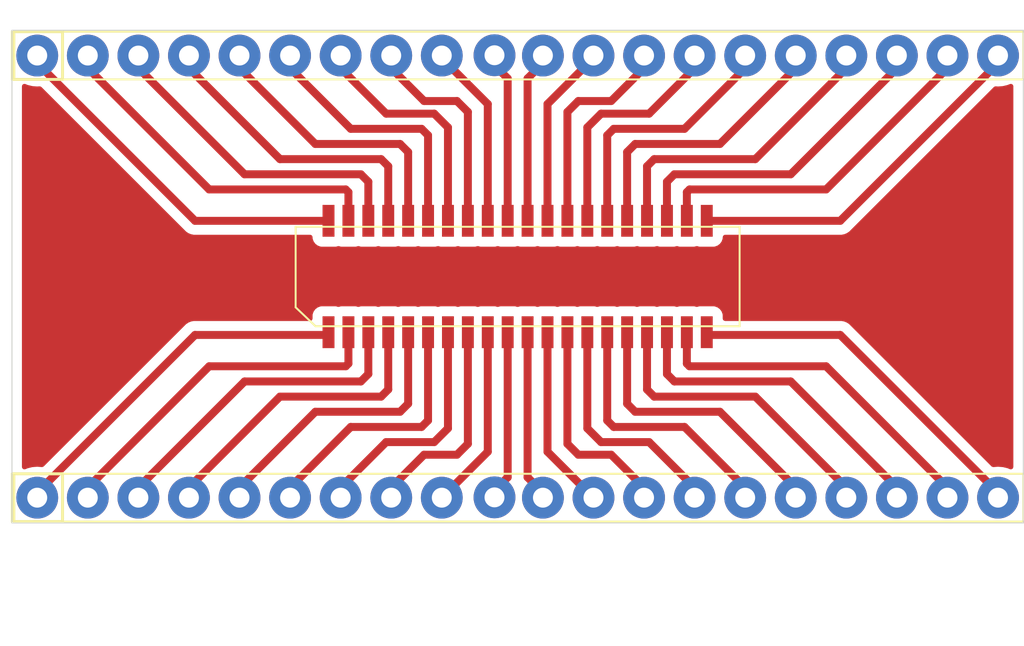
<source format=kicad_pcb>
(kicad_pcb (version 20240108) (generator "pcbnew") (generator_version "8.0")
  (layers (0 "F.Cu" signal) (31 "B.Cu" signal) (34 "B.Paste" user) (35 "F.Paste" user) (36 "B.SilkS" user "B.Silkscreen") (37 "F.SilkS" user "F.Silkscreen") (38 "B.Mask" user) (39 "F.Mask" user) (44 "Edge.Cuts" user))
  (net 0 "")
  (net 1 "Net-(CONN1-Pad35)")
  (net 2 "Net-(CONN1-Pad11)")
  (net 3 "Net-(CONN1-Pad29)")
  (net 4 "Net-(CONN1-Pad25)")
  (net 5 "Net-(CONN1-Pad31)")
  (net 6 "Net-(CONN1-Pad7)")
  (net 7 "Net-(CONN1-Pad6)")
  (net 8 "Net-(CONN1-Pad24)")
  (net 9 "Net-(CONN1-Pad1)")
  (net 10 "Net-(CONN1-Pad4)")
  (net 11 "Net-(CONN1-Pad12)")
  (net 12 "Net-(CONN1-Pad19)")
  (net 13 "Net-(CONN1-Pad37)")
  (net 14 "Net-(CONN1-Pad32)")
  (net 15 "Net-(CONN1-Pad10)")
  (net 16 "Net-(CONN1-Pad17)")
  (net 17 "Net-(CONN1-Pad39)")
  (net 18 "Net-(CONN1-Pad33)")
  (net 19 "Net-(CONN1-Pad15)")
  (net 20 "Net-(CONN1-Pad14)")
  (net 21 "Net-(CONN1-Pad21)")
  (net 22 "Net-(CONN1-Pad28)")
  (net 23 "Net-(CONN1-Pad20)")
  (net 24 "Net-(CONN1-Pad16)")
  (net 25 "Net-(CONN1-Pad8)")
  (net 26 "Net-(CONN1-Pad34)")
  (net 27 "Net-(CONN1-Pad9)")
  (net 28 "Net-(CONN1-Pad23)")
  (net 29 "Net-(CONN1-Pad22)")
  (net 30 "GND")
  (net 31 "Net-(CONN1-Pad30)")
  (net 32 "Net-(CONN1-Pad13)")
  (net 33 "Net-(CONN1-Pad36)")
  (net 34 "Net-(CONN1-Pad40)")
  (net 35 "Net-(CONN1-Pad5)")
  (net 36 "Net-(CONN1-Pad2)")
  (net 37 "Net-(CONN1-Pad26)")
  (net 38 "Net-(CONN1-Pad27)")
  (net 39 "Net-(CONN1-Pad3)")
  (net 40 "Net-(CONN1-Pad18)")
  (net 41 "Net-(CONN1-Pad38)")
  (footprint "Borna KiCAD Library:BM40B-SRDS-G-TF" (layer "F.Cu") (at 134.366 83.878)
    (property "Reference" "CONN1")
    (property "Value" "BM40B-SRDS-G-TF")
    (fp_line (start -11.15 -2.5) (end 11.15 -2.5) (stroke (width 0.1)) (layer "F.SilkS"))
    (fp_line (start -11.15 1.55) (end -11.15 -2.5) (stroke (width 0.1)) (layer "F.SilkS"))
    (fp_line (start -11.15 1.55) (end -10.15 2.5) (stroke (width 0.1)) (layer "F.SilkS"))
    (fp_line (start 11.15 -2.5) (end 11.15 2.5) (stroke (width 0.1)) (layer "F.SilkS"))
    (fp_line (start 11.15 2.5) (end -10.15 2.5) (stroke (width 0.1)) (layer "F.SilkS"))
    (pad "1" smd rect (at -9.5 2.8) (size 0.6 1.6) (layers "F.Cu" "F.Paste" "F.Mask") (net 9 "Net-(CONN1-Pad1)"))
    (pad "2" smd rect (at -8.5 2.8) (size 0.6 1.6) (layers "F.Cu" "F.Paste" "F.Mask") (net 36 "Net-(CONN1-Pad2)"))
    (pad "3" smd rect (at -7.5 2.8) (size 0.6 1.6) (layers "F.Cu" "F.Paste" "F.Mask") (net 39 "Net-(CONN1-Pad3)"))
    (pad "4" smd rect (at -6.5 2.8) (size 0.6 1.6) (layers "F.Cu" "F.Paste" "F.Mask") (net 10 "Net-(CONN1-Pad4)"))
    (pad "5" smd rect (at -5.5 2.8) (size 0.6 1.6) (layers "F.Cu" "F.Paste" "F.Mask") (net 35 "Net-(CONN1-Pad5)"))
    (pad "6" smd rect (at -4.5 2.8) (size 0.6 1.6) (layers "F.Cu" "F.Paste" "F.Mask") (net 7 "Net-(CONN1-Pad6)"))
    (pad "7" smd rect (at -3.5 2.8) (size 0.6 1.6) (layers "F.Cu" "F.Paste" "F.Mask") (net 6 "Net-(CONN1-Pad7)"))
    (pad "8" smd rect (at -2.5 2.8) (size 0.6 1.6) (layers "F.Cu" "F.Paste" "F.Mask") (net 25 "Net-(CONN1-Pad8)"))
    (pad "9" smd rect (at -1.5 2.8) (size 0.6 1.6) (layers "F.Cu" "F.Paste" "F.Mask") (net 27 "Net-(CONN1-Pad9)"))
    (pad "10" smd rect (at -0.5 2.8) (size 0.6 1.6) (layers "F.Cu" "F.Paste" "F.Mask") (net 15 "Net-(CONN1-Pad10)"))
    (pad "11" smd rect (at 0.5 2.8) (size 0.6 1.6) (layers "F.Cu" "F.Paste" "F.Mask") (net 2 "Net-(CONN1-Pad11)"))
    (pad "12" smd rect (at 1.5 2.8) (size 0.6 1.6) (layers "F.Cu" "F.Paste" "F.Mask") (net 11 "Net-(CONN1-Pad12)"))
    (pad "13" smd rect (at 2.5 2.8) (size 0.6 1.6) (layers "F.Cu" "F.Paste" "F.Mask") (net 32 "Net-(CONN1-Pad13)"))
    (pad "14" smd rect (at 3.5 2.8) (size 0.6 1.6) (layers "F.Cu" "F.Paste" "F.Mask") (net 20 "Net-(CONN1-Pad14)"))
    (pad "15" smd rect (at 4.5 2.8) (size 0.6 1.6) (layers "F.Cu" "F.Paste" "F.Mask") (net 19 "Net-(CONN1-Pad15)"))
    (pad "16" smd rect (at 5.5 2.8) (size 0.6 1.6) (layers "F.Cu" "F.Paste" "F.Mask") (net 24 "Net-(CONN1-Pad16)"))
    (pad "17" smd rect (at 6.5 2.8) (size 0.6 1.6) (layers "F.Cu" "F.Paste" "F.Mask") (net 16 "Net-(CONN1-Pad17)"))
    (pad "18" smd rect (at 7.5 2.8) (size 0.6 1.6) (layers "F.Cu" "F.Paste" "F.Mask") (net 40 "Net-(CONN1-Pad18)"))
    (pad "19" smd rect (at 8.5 2.8) (size 0.6 1.6) (layers "F.Cu" "F.Paste" "F.Mask") (net 12 "Net-(CONN1-Pad19)"))
    (pad "20" smd rect (at 9.5 2.8) (size 0.6 1.6) (layers "F.Cu" "F.Paste" "F.Mask") (net 23 "Net-(CONN1-Pad20)"))
    (pad "21" smd rect (at 9.5 -2.8) (size 0.6 1.6) (layers "F.Cu" "F.Paste" "F.Mask") (net 21 "Net-(CONN1-Pad21)"))
    (pad "22" smd rect (at 8.5 -2.8) (size 0.6 1.6) (layers "F.Cu" "F.Paste" "F.Mask") (net 29 "Net-(CONN1-Pad22)"))
    (pad "23" smd rect (at 7.5 -2.8) (size 0.6 1.6) (layers "F.Cu" "F.Paste" "F.Mask") (net 28 "Net-(CONN1-Pad23)"))
    (pad "24" smd rect (at 6.5 -2.8) (size 0.6 1.6) (layers "F.Cu" "F.Paste" "F.Mask") (net 8 "Net-(CONN1-Pad24)"))
    (pad "25" smd rect (at 5.5 -2.8) (size 0.6 1.6) (layers "F.Cu" "F.Paste" "F.Mask") (net 4 "Net-(CONN1-Pad25)"))
    (pad "26" smd rect (at 4.5 -2.8) (size 0.6 1.6) (layers "F.Cu" "F.Paste" "F.Mask") (net 37 "Net-(CONN1-Pad26)"))
    (pad "27" smd rect (at 3.5 -2.8) (size 0.6 1.6) (layers "F.Cu" "F.Paste" "F.Mask") (net 38 "Net-(CONN1-Pad27)"))
    (pad "28" smd rect (at 2.5 -2.8) (size 0.6 1.6) (layers "F.Cu" "F.Paste" "F.Mask") (net 22 "Net-(CONN1-Pad28)"))
    (pad "29" smd rect (at 1.5 -2.8) (size 0.6 1.6) (layers "F.Cu" "F.Paste" "F.Mask") (net 3 "Net-(CONN1-Pad29)"))
    (pad "30" smd rect (at 0.5 -2.8) (size 0.6 1.6) (layers "F.Cu" "F.Paste" "F.Mask") (net 31 "Net-(CONN1-Pad30)"))
    (pad "31" smd rect (at -0.5 -2.8) (size 0.6 1.6) (layers "F.Cu" "F.Paste" "F.Mask") (net 5 "Net-(CONN1-Pad31)"))
    (pad "32" smd rect (at -1.5 -2.8) (size 0.6 1.6) (layers "F.Cu" "F.Paste" "F.Mask") (net 14 "Net-(CONN1-Pad32)"))
    (pad "33" smd rect (at -2.5 -2.8) (size 0.6 1.6) (layers "F.Cu" "F.Paste" "F.Mask") (net 18 "Net-(CONN1-Pad33)"))
    (pad "34" smd rect (at -3.5 -2.8) (size 0.6 1.6) (layers "F.Cu" "F.Paste" "F.Mask") (net 26 "Net-(CONN1-Pad34)"))
    (pad "35" smd rect (at -4.5 -2.8) (size 0.6 1.6) (layers "F.Cu" "F.Paste" "F.Mask") (net 1 "Net-(CONN1-Pad35)"))
    (pad "36" smd rect (at -5.5 -2.8) (size 0.6 1.6) (layers "F.Cu" "F.Paste" "F.Mask") (net 33 "Net-(CONN1-Pad36)"))
    (pad "37" smd rect (at -6.5 -2.8) (size 0.6 1.6) (layers "F.Cu" "F.Paste" "F.Mask") (net 13 "Net-(CONN1-Pad37)"))
    (pad "38" smd rect (at -7.5 -2.8) (size 0.6 1.6) (layers "F.Cu" "F.Paste" "F.Mask") (net 41 "Net-(CONN1-Pad38)"))
    (pad "39" smd rect (at -8.5 -2.8) (size 0.6 1.6) (layers "F.Cu" "F.Paste" "F.Mask") (net 17 "Net-(CONN1-Pad39)"))
    (pad "40" smd rect (at -9.5 -2.8) (size 0.6 1.6) (layers "F.Cu" "F.Paste" "F.Mask") (net 34 "Net-(CONN1-Pad40)"))
    (pad "41" smd rect (at -10.825 -0.4) (size 0.85 1.8) (layers "F.Cu" "F.Paste" "F.Mask") (net 30 "GND"))
    (pad "42" smd rect (at 10.825 -0.4) (size 0.85 1.8) (layers "F.Cu" "F.Paste" "F.Mask") (net 30 "GND"))
  )
  (footprint "Borna KiCAD Library:CONN1X20" (layer "F.Cu") (at 134.366 72.771)
    (property "Reference" "CONN2")
    (property "Value" "CONN_1x20")
    (fp_line (start -25.38 -1.2) (end -25.38 1.2) (stroke (width 0.15)) (layer "F.SilkS"))
    (fp_line (start -25.38 1.2) (end -22.86 1.2) (stroke (width 0.15)) (layer "F.SilkS"))
    (fp_line (start -25.28 -1.2) (end -25.28 1.2) (stroke (width 0.1)) (layer "F.SilkS"))
    (fp_line (start -25.28 1.2) (end 25.4 1.2) (stroke (width 0.1)) (layer "F.SilkS"))
    (fp_line (start -22.86 -1.2) (end -25.38 -1.2) (stroke (width 0.15)) (layer "F.SilkS"))
    (fp_line (start -22.86 -1.2) (end -22.86 1.2) (stroke (width 0.15)) (layer "F.SilkS"))
    (fp_line (start 25.4 -1.2) (end -25.28 -1.2) (stroke (width 0.1)) (layer "F.SilkS"))
    (fp_line (start 25.4 1.2) (end 25.4 -1.2) (stroke (width 0.1)) (layer "F.SilkS"))
    (pad "1" thru_hole circle (at -24.13 0) (size 2.1 2.1) (drill 1) (layers "*.Cu" "*.Mask") (net 34 "Net-(CONN1-Pad40)"))
    (pad "2" thru_hole circle (at -21.59 0) (size 2.1 2.1) (drill 1) (layers "*.Cu" "*.Mask") (net 17 "Net-(CONN1-Pad39)"))
    (pad "3" thru_hole circle (at -19.05 0) (size 2.1 2.1) (drill 1) (layers "*.Cu" "*.Mask") (net 41 "Net-(CONN1-Pad38)"))
    (pad "4" thru_hole circle (at -16.51 0) (size 2.1 2.1) (drill 1) (layers "*.Cu" "*.Mask") (net 13 "Net-(CONN1-Pad37)"))
    (pad "5" thru_hole circle (at -13.97 0) (size 2.1 2.1) (drill 1) (layers "*.Cu" "*.Mask") (net 33 "Net-(CONN1-Pad36)"))
    (pad "6" thru_hole circle (at -11.43 0) (size 2.1 2.1) (drill 1) (layers "*.Cu" "*.Mask") (net 1 "Net-(CONN1-Pad35)"))
    (pad "7" thru_hole circle (at -8.89 0) (size 2.1 2.1) (drill 1) (layers "*.Cu" "*.Mask") (net 26 "Net-(CONN1-Pad34)"))
    (pad "8" thru_hole circle (at -6.35 0) (size 2.1 2.1) (drill 1) (layers "*.Cu" "*.Mask") (net 18 "Net-(CONN1-Pad33)"))
    (pad "9" thru_hole circle (at -3.81 0) (size 2.1 2.1) (drill 1) (layers "*.Cu" "*.Mask") (net 14 "Net-(CONN1-Pad32)"))
    (pad "10" thru_hole circle (at -1.162169 -0.01582) (size 2.1 2.1) (drill 1) (layers "*.Cu" "*.Mask") (net 5 "Net-(CONN1-Pad31)"))
    (pad "11" thru_hole circle (at 1.27 0) (size 2.1 2.1) (drill 1) (layers "*.Cu" "*.Mask") (net 31 "Net-(CONN1-Pad30)"))
    (pad "12" thru_hole circle (at 3.81 0) (size 2.1 2.1) (drill 1) (layers "*.Cu" "*.Mask") (net 3 "Net-(CONN1-Pad29)"))
    (pad "13" thru_hole circle (at 6.35 0) (size 2.1 2.1) (drill 1) (layers "*.Cu" "*.Mask") (net 22 "Net-(CONN1-Pad28)"))
    (pad "14" thru_hole circle (at 8.89 0) (size 2.1 2.1) (drill 1) (layers "*.Cu" "*.Mask") (net 38 "Net-(CONN1-Pad27)"))
    (pad "15" thru_hole circle (at 11.43 0) (size 2.1 2.1) (drill 1) (layers "*.Cu" "*.Mask") (net 37 "Net-(CONN1-Pad26)"))
    (pad "16" thru_hole circle (at 13.97 0) (size 2.1 2.1) (drill 1) (layers "*.Cu" "*.Mask") (net 4 "Net-(CONN1-Pad25)"))
    (pad "17" thru_hole circle (at 16.51 0) (size 2.1 2.1) (drill 1) (layers "*.Cu" "*.Mask") (net 8 "Net-(CONN1-Pad24)"))
    (pad "18" thru_hole circle (at 19.05 0) (size 2.1 2.1) (drill 1) (layers "*.Cu" "*.Mask") (net 28 "Net-(CONN1-Pad23)"))
    (pad "19" thru_hole circle (at 21.59 0) (size 2.1 2.1) (drill 1) (layers "*.Cu" "*.Mask") (net 29 "Net-(CONN1-Pad22)"))
    (pad "20" thru_hole circle (at 24.13 0) (size 2.1 2.1) (drill 1) (layers "*.Cu" "*.Mask") (net 21 "Net-(CONN1-Pad21)"))
  )
  (footprint "Borna KiCAD Library:CONN1X20" (layer "F.Cu") (at 134.366 94.996)
    (property "Reference" "CONN3")
    (property "Value" "CONN_1x20")
    (fp_line (start -25.38 -1.2) (end -25.38 1.2) (stroke (width 0.15)) (layer "F.SilkS"))
    (fp_line (start -25.38 1.2) (end -22.86 1.2) (stroke (width 0.15)) (layer "F.SilkS"))
    (fp_line (start -25.28 -1.2) (end -25.28 1.2) (stroke (width 0.1)) (layer "F.SilkS"))
    (fp_line (start -25.28 1.2) (end 25.4 1.2) (stroke (width 0.1)) (layer "F.SilkS"))
    (fp_line (start -22.86 -1.2) (end -25.38 -1.2) (stroke (width 0.15)) (layer "F.SilkS"))
    (fp_line (start -22.86 -1.2) (end -22.86 1.2) (stroke (width 0.15)) (layer "F.SilkS"))
    (fp_line (start 25.4 -1.2) (end -25.28 -1.2) (stroke (width 0.1)) (layer "F.SilkS"))
    (fp_line (start 25.4 1.2) (end 25.4 -1.2) (stroke (width 0.1)) (layer "F.SilkS"))
    (pad "1" thru_hole circle (at -24.13 0) (size 2.1 2.1) (drill 1) (layers "*.Cu" "*.Mask") (net 9 "Net-(CONN1-Pad1)"))
    (pad "2" thru_hole circle (at -21.59 0) (size 2.1 2.1) (drill 1) (layers "*.Cu" "*.Mask") (net 36 "Net-(CONN1-Pad2)"))
    (pad "3" thru_hole circle (at -19.05 0) (size 2.1 2.1) (drill 1) (layers "*.Cu" "*.Mask") (net 39 "Net-(CONN1-Pad3)"))
    (pad "4" thru_hole circle (at -16.51 0) (size 2.1 2.1) (drill 1) (layers "*.Cu" "*.Mask") (net 10 "Net-(CONN1-Pad4)"))
    (pad "5" thru_hole circle (at -13.97 0) (size 2.1 2.1) (drill 1) (layers "*.Cu" "*.Mask") (net 35 "Net-(CONN1-Pad5)"))
    (pad "6" thru_hole circle (at -11.43 0) (size 2.1 2.1) (drill 1) (layers "*.Cu" "*.Mask") (net 7 "Net-(CONN1-Pad6)"))
    (pad "7" thru_hole circle (at -8.89 0) (size 2.1 2.1) (drill 1) (layers "*.Cu" "*.Mask") (net 6 "Net-(CONN1-Pad7)"))
    (pad "8" thru_hole circle (at -6.35 0) (size 2.1 2.1) (drill 1) (layers "*.Cu" "*.Mask") (net 25 "Net-(CONN1-Pad8)"))
    (pad "9" thru_hole circle (at -3.81 0) (size 2.1 2.1) (drill 1) (layers "*.Cu" "*.Mask") (net 27 "Net-(CONN1-Pad9)"))
    (pad "10" thru_hole circle (at -1.162169 -0.01582) (size 2.1 2.1) (drill 1) (layers "*.Cu" "*.Mask") (net 15 "Net-(CONN1-Pad10)"))
    (pad "11" thru_hole circle (at 1.27 0) (size 2.1 2.1) (drill 1) (layers "*.Cu" "*.Mask") (net 2 "Net-(CONN1-Pad11)"))
    (pad "12" thru_hole circle (at 3.81 0) (size 2.1 2.1) (drill 1) (layers "*.Cu" "*.Mask") (net 11 "Net-(CONN1-Pad12)"))
    (pad "13" thru_hole circle (at 6.35 0) (size 2.1 2.1) (drill 1) (layers "*.Cu" "*.Mask") (net 32 "Net-(CONN1-Pad13)"))
    (pad "14" thru_hole circle (at 8.89 0) (size 2.1 2.1) (drill 1) (layers "*.Cu" "*.Mask") (net 20 "Net-(CONN1-Pad14)"))
    (pad "15" thru_hole circle (at 11.43 0) (size 2.1 2.1) (drill 1) (layers "*.Cu" "*.Mask") (net 19 "Net-(CONN1-Pad15)"))
    (pad "16" thru_hole circle (at 13.97 0) (size 2.1 2.1) (drill 1) (layers "*.Cu" "*.Mask") (net 24 "Net-(CONN1-Pad16)"))
    (pad "17" thru_hole circle (at 16.51 0) (size 2.1 2.1) (drill 1) (layers "*.Cu" "*.Mask") (net 16 "Net-(CONN1-Pad17)"))
    (pad "18" thru_hole circle (at 19.05 0) (size 2.1 2.1) (drill 1) (layers "*.Cu" "*.Mask") (net 40 "Net-(CONN1-Pad18)"))
    (pad "19" thru_hole circle (at 21.59 0) (size 2.1 2.1) (drill 1) (layers "*.Cu" "*.Mask") (net 12 "Net-(CONN1-Pad19)"))
    (pad "20" thru_hole circle (at 24.13 0) (size 2.1 2.1) (drill 1) (layers "*.Cu" "*.Mask") (net 23 "Net-(CONN1-Pad20)"))
  )
  (gr_line (start 108.966 96.266) (end 159.766 96.266) (stroke (width 0.05)) (layer "Edge.Cuts"))
  (gr_line (start 159.766 96.266) (end 159.766 71.501) (stroke (width 0.05)) (layer "Edge.Cuts"))
  (gr_line (start 159.766 71.501) (end 108.966 71.501) (stroke (width 0.05)) (layer "Edge.Cuts"))
  (gr_line (start 108.966 71.501) (end 108.966 96.266) (stroke (width 0.05)) (layer "Edge.Cuts"))
  (segment (start 129.866 81.078) (end 129.866 76.78) (width 0.4) (layer "F.Cu") (net 1))
  (segment (start 129.866 76.78) (end 129.54 76.454) (width 0.4) (layer "F.Cu") (net 1))
  (segment (start 129.54 76.454) (end 125.984 76.454) (width 0.4) (layer "F.Cu") (net 1))
  (segment (start 125.984 76.454) (end 122.936 73.406) (width 0.4) (layer "F.Cu") (net 1))
  (segment (start 134.866 86.816) (end 134.866 93.972) (width 0.4) (layer "F.Cu") (net 2))
  (segment (start 134.866 93.972) (end 135.636 94.742) (width 0.4) (layer "F.Cu") (net 2))
  (segment (start 135.866 81.078) (end 135.866 75.208) (width 0.4) (layer "F.Cu") (net 3))
  (segment (start 135.866 75.208) (end 138.176 72.898) (width 0.4) (layer "F.Cu") (net 3))
  (segment (start 144.526 77.216) (end 148.336 73.406) (width 0.4) (layer "F.Cu") (net 4))
  (segment (start 139.866 77.6215) (end 140.2715 77.216) (width 0.4) (layer "F.Cu") (net 4))
  (segment (start 139.866 81.078) (end 139.866 77.6215) (width 0.4) (layer "F.Cu") (net 4))
  (segment (start 140.2715 77.216) (end 144.526 77.216) (width 0.4) (layer "F.Cu") (net 4))
  (segment (start 133.866 73.922) (end 133.096 73.152) (width 0.4) (layer "F.Cu") (net 5))
  (segment (start 133.866 81.078) (end 133.866 73.922) (width 0.4) (layer "F.Cu") (net 5))
  (segment (start 130.175 92.202) (end 127.762 92.202) (width 0.4) (layer "F.Cu") (net 6))
  (segment (start 130.866 91.511) (end 130.175 92.202) (width 0.4) (layer "F.Cu") (net 6))
  (segment (start 130.866 86.816) (end 130.866 91.511) (width 0.4) (layer "F.Cu") (net 6))
  (segment (start 127.762 92.202) (end 125.476 94.488) (width 0.4) (layer "F.Cu") (net 6))
  (segment (start 129.866 86.816) (end 129.866 91.114) (width 0.4) (layer "F.Cu") (net 7))
  (segment (start 125.984 91.44) (end 122.936 94.488) (width 0.4) (layer "F.Cu") (net 7))
  (segment (start 129.866 91.114) (end 129.54 91.44) (width 0.4) (layer "F.Cu") (net 7))
  (segment (start 129.54 91.44) (end 125.984 91.44) (width 0.4) (layer "F.Cu") (net 7))
  (segment (start 140.866 81.078) (end 140.866 78.336) (width 0.4) (layer "F.Cu") (net 8))
  (segment (start 141.224 77.978) (end 146.304 77.978) (width 0.4) (layer "F.Cu") (net 8))
  (segment (start 146.304 77.978) (end 150.876 73.406) (width 0.4) (layer "F.Cu") (net 8))
  (segment (start 140.866 78.336) (end 141.224 77.978) (width 0.4) (layer "F.Cu") (net 8))
  (segment (start 124.866 86.816) (end 118.162 86.816) (width 0.4) (layer "F.Cu") (net 9))
  (segment (start 118.162 86.816) (end 110.236 94.742) (width 0.4) (layer "F.Cu") (net 9))
  (segment (start 122.428 89.916) (end 117.856 94.488) (width 0.4) (layer "F.Cu") (net 10))
  (segment (start 127.508 89.916) (end 122.428 89.916) (width 0.4) (layer "F.Cu") (net 10))
  (segment (start 127.866 86.816) (end 127.866 89.558) (width 0.4) (layer "F.Cu") (net 10))
  (segment (start 127.866 89.558) (end 127.508 89.916) (width 0.4) (layer "F.Cu") (net 10))
  (segment (start 135.866 86.816) (end 135.866 92.686) (width 0.4) (layer "F.Cu") (net 11))
  (segment (start 135.866 92.686) (end 138.176 94.996) (width 0.4) (layer "F.Cu") (net 11))
  (segment (start 142.866 88.256) (end 143.002 88.392) (width 0.4) (layer "F.Cu") (net 12))
  (segment (start 143.002 88.392) (end 149.86 88.392) (width 0.4) (layer "F.Cu") (net 12))
  (segment (start 142.866 86.816) (end 142.866 88.256) (width 0.4) (layer "F.Cu") (net 12))
  (segment (start 149.86 88.392) (end 155.956 94.488) (width 0.4) (layer "F.Cu") (net 12))
  (segment (start 127.508 77.978) (end 122.428 77.978) (width 0.4) (layer "F.Cu") (net 13))
  (segment (start 127.866 81.078) (end 127.866 78.336) (width 0.4) (layer "F.Cu") (net 13))
  (segment (start 127.866 78.336) (end 127.508 77.978) (width 0.4) (layer "F.Cu") (net 13))
  (segment (start 122.428 77.978) (end 117.856 73.406) (width 0.4) (layer "F.Cu") (net 13))
  (segment (start 132.866 75.208) (end 130.556 72.898) (width 0.4) (layer "F.Cu") (net 14))
  (segment (start 132.866 81.078) (end 132.866 75.208) (width 0.4) (layer "F.Cu") (net 14))
  (segment (start 133.866 93.972) (end 133.096 94.742) (width 0.4) (layer "F.Cu") (net 15))
  (segment (start 133.866 86.816) (end 133.866 93.972) (width 0.4) (layer "F.Cu") (net 15))
  (segment (start 140.866 86.816) (end 140.866 89.558) (width 0.4) (layer "F.Cu") (net 16))
  (segment (start 140.866 89.558) (end 141.224 89.916) (width 0.4) (layer "F.Cu") (net 16))
  (segment (start 141.224 89.916) (end 146.304 89.916) (width 0.4) (layer "F.Cu") (net 16))
  (segment (start 146.304 89.916) (end 150.876 94.488) (width 0.4) (layer "F.Cu") (net 16))
  (segment (start 125.866 79.638) (end 125.73 79.502) (width 0.4) (layer "F.Cu") (net 17))
  (segment (start 118.872 79.502) (end 112.776 73.406) (width 0.4) (layer "F.Cu") (net 17))
  (segment (start 125.866 81.078) (end 125.866 79.638) (width 0.4) (layer "F.Cu") (net 17))
  (segment (start 125.73 79.502) (end 118.872 79.502) (width 0.4) (layer "F.Cu") (net 17))
  (segment (start 131.318 75.057) (end 129.667 75.057) (width 0.4) (layer "F.Cu") (net 18))
  (segment (start 131.866 75.605) (end 131.318 75.057) (width 0.4) (layer "F.Cu") (net 18))
  (segment (start 131.866 81.078) (end 131.866 75.605) (width 0.4) (layer "F.Cu") (net 18))
  (segment (start 129.667 75.057) (end 128.016 73.406) (width 0.4) (layer "F.Cu") (net 18))
  (segment (start 139.192 91.44) (end 142.748 91.44) (width 0.4) (layer "F.Cu") (net 19))
  (segment (start 138.866 91.114) (end 139.192 91.44) (width 0.4) (layer "F.Cu") (net 19))
  (segment (start 138.866 86.816) (end 138.866 91.114) (width 0.4) (layer "F.Cu") (net 19))
  (segment (start 142.748 91.44) (end 145.796 94.488) (width 0.4) (layer "F.Cu") (net 19))
  (segment (start 140.97 92.202) (end 143.256 94.488) (width 0.4) (layer "F.Cu") (net 20))
  (segment (start 137.866 86.816) (end 137.866 91.511) (width 0.4) (layer "F.Cu") (net 20))
  (segment (start 137.866 91.511) (end 138.557 92.202) (width 0.4) (layer "F.Cu") (net 20))
  (segment (start 138.557 92.202) (end 140.97 92.202) (width 0.4) (layer "F.Cu") (net 20))
  (segment (start 143.866 81.078) (end 150.57 81.078) (width 0.4) (layer "F.Cu") (net 21))
  (segment (start 150.57 81.078) (end 158.496 73.152) (width 0.4) (layer "F.Cu") (net 21))
  (segment (start 136.866 75.605) (end 137.414 75.057) (width 0.4) (layer "F.Cu") (net 22))
  (segment (start 139.065 75.057) (end 140.716 73.406) (width 0.4) (layer "F.Cu") (net 22))
  (segment (start 137.414 75.057) (end 139.065 75.057) (width 0.4) (layer "F.Cu") (net 22))
  (segment (start 136.866 81.078) (end 136.866 75.605) (width 0.4) (layer "F.Cu") (net 22))
  (segment (start 143.866 86.816) (end 150.57 86.816) (width 0.4) (layer "F.Cu") (net 23))
  (segment (start 150.57 86.816) (end 158.496 94.742) (width 0.4) (layer "F.Cu") (net 23))
  (segment (start 140.2715 90.678) (end 144.526 90.678) (width 0.4) (layer "F.Cu") (net 24))
  (segment (start 139.866 86.816) (end 139.866 90.2725) (width 0.4) (layer "F.Cu") (net 24))
  (segment (start 144.526 90.678) (end 148.336 94.488) (width 0.4) (layer "F.Cu") (net 24))
  (segment (start 139.866 90.2725) (end 140.2715 90.678) (width 0.4) (layer "F.Cu") (net 24))
  (segment (start 131.318 92.837) (end 129.667 92.837) (width 0.4) (layer "F.Cu") (net 25))
  (segment (start 131.866 92.289) (end 131.318 92.837) (width 0.4) (layer "F.Cu") (net 25))
  (segment (start 129.667 92.837) (end 128.016 94.488) (width 0.4) (layer "F.Cu") (net 25))
  (segment (start 131.866 86.816) (end 131.866 92.289) (width 0.4) (layer "F.Cu") (net 25))
  (segment (start 130.866 76.383) (end 130.175 75.692) (width 0.4) (layer "F.Cu") (net 26))
  (segment (start 130.175 75.692) (end 127.762 75.692) (width 0.4) (layer "F.Cu") (net 26))
  (segment (start 127.762 75.692) (end 125.476 73.406) (width 0.4) (layer "F.Cu") (net 26))
  (segment (start 130.866 81.078) (end 130.866 76.383) (width 0.4) (layer "F.Cu") (net 26))
  (segment (start 132.866 86.816) (end 132.866 92.686) (width 0.4) (layer "F.Cu") (net 27))
  (segment (start 132.866 92.686) (end 130.556 94.996) (width 0.4) (layer "F.Cu") (net 27))
  (segment (start 141.866 79.114) (end 142.24 78.74) (width 0.4) (layer "F.Cu") (net 28))
  (segment (start 148.082 78.74) (end 153.416 73.406) (width 0.4) (layer "F.Cu") (net 28))
  (segment (start 141.866 81.078) (end 141.866 79.114) (width 0.4) (layer "F.Cu") (net 28))
  (segment (start 142.24 78.74) (end 148.082 78.74) (width 0.4) (layer "F.Cu") (net 28))
  (segment (start 149.86 79.502) (end 155.956 73.406) (width 0.4) (layer "F.Cu") (net 29))
  (segment (start 142.866 81.078) (end 142.866 79.638) (width 0.4) (layer "F.Cu") (net 29))
  (segment (start 142.866 79.638) (end 143.002 79.502) (width 0.4) (layer "F.Cu") (net 29))
  (segment (start 143.002 79.502) (end 149.86 79.502) (width 0.4) (layer "F.Cu") (net 29))
  (segment (start 134.866 73.922) (end 135.636 73.152) (width 0.4) (layer "F.Cu") (net 31))
  (segment (start 134.866 81.078) (end 134.866 73.922) (width 0.4) (layer "F.Cu") (net 31))
  (segment (start 136.866 86.816) (end 136.866 92.289) (width 0.4) (layer "F.Cu") (net 32))
  (segment (start 139.065 92.837) (end 140.716 94.488) (width 0.4) (layer "F.Cu") (net 32))
  (segment (start 137.414 92.837) (end 139.065 92.837) (width 0.4) (layer "F.Cu") (net 32))
  (segment (start 136.866 92.289) (end 137.414 92.837) (width 0.4) (layer "F.Cu") (net 32))
  (segment (start 128.4605 77.216) (end 124.206 77.216) (width 0.4) (layer "F.Cu") (net 33))
  (segment (start 124.206 77.216) (end 120.396 73.406) (width 0.4) (layer "F.Cu") (net 33))
  (segment (start 128.866 77.6215) (end 128.4605 77.216) (width 0.4) (layer "F.Cu") (net 33))
  (segment (start 128.866 81.078) (end 128.866 77.6215) (width 0.4) (layer "F.Cu") (net 33))
  (segment (start 118.162 81.078) (end 110.236 73.152) (width 0.4) (layer "F.Cu") (net 34))
  (segment (start 124.866 81.078) (end 118.162 81.078) (width 0.4) (layer "F.Cu") (net 34))
  (segment (start 128.4605 90.678) (end 124.206 90.678) (width 0.4) (layer "F.Cu") (net 35))
  (segment (start 124.206 90.678) (end 120.396 94.488) (width 0.4) (layer "F.Cu") (net 35))
  (segment (start 128.866 86.816) (end 128.866 90.2725) (width 0.4) (layer "F.Cu") (net 35))
  (segment (start 128.866 90.2725) (end 128.4605 90.678) (width 0.4) (layer "F.Cu") (net 35))
  (segment (start 118.872 88.392) (end 112.776 94.488) (width 0.4) (layer "F.Cu") (net 36))
  (segment (start 125.866 88.256) (end 125.73 88.392) (width 0.4) (layer "F.Cu") (net 36))
  (segment (start 125.73 88.392) (end 118.872 88.392) (width 0.4) (layer "F.Cu") (net 36))
  (segment (start 125.866 86.816) (end 125.866 88.256) (width 0.4) (layer "F.Cu") (net 36))
  (segment (start 138.866 76.78) (end 139.192 76.454) (width 0.4) (layer "F.Cu") (net 37))
  (segment (start 138.866 81.078) (end 138.866 76.78) (width 0.4) (layer "F.Cu") (net 37))
  (segment (start 139.192 76.454) (end 142.748 76.454) (width 0.4) (layer "F.Cu") (net 37))
  (segment (start 142.748 76.454) (end 145.796 73.406) (width 0.4) (layer "F.Cu") (net 37))
  (segment (start 137.866 76.383) (end 138.557 75.692) (width 0.4) (layer "F.Cu") (net 38))
  (segment (start 138.557 75.692) (end 140.97 75.692) (width 0.4) (layer "F.Cu") (net 38))
  (segment (start 137.866 81.078) (end 137.866 76.383) (width 0.4) (layer "F.Cu") (net 38))
  (segment (start 140.97 75.692) (end 143.256 73.406) (width 0.4) (layer "F.Cu") (net 38))
  (segment (start 120.65 89.154) (end 115.316 94.488) (width 0.4) (layer "F.Cu") (net 39))
  (segment (start 126.866 86.816) (end 126.866 88.78) (width 0.4) (layer "F.Cu") (net 39))
  (segment (start 126.866 88.78) (end 126.492 89.154) (width 0.4) (layer "F.Cu") (net 39))
  (segment (start 126.492 89.154) (end 120.65 89.154) (width 0.4) (layer "F.Cu") (net 39))
  (segment (start 142.24 89.154) (end 148.082 89.154) (width 0.4) (layer "F.Cu") (net 40))
  (segment (start 148.082 89.154) (end 153.416 94.488) (width 0.4) (layer "F.Cu") (net 40))
  (segment (start 141.866 86.816) (end 141.866 88.78) (width 0.4) (layer "F.Cu") (net 40))
  (segment (start 141.866 88.78) (end 142.24 89.154) (width 0.4) (layer "F.Cu") (net 40))
  (segment (start 120.65 78.74) (end 115.316 73.406) (width 0.4) (layer "F.Cu") (net 41))
  (segment (start 126.866 81.078) (end 126.866 79.114) (width 0.4) (layer "F.Cu") (net 41))
  (segment (start 126.866 79.114) (end 126.492 78.74) (width 0.4) (layer "F.Cu") (net 41))
  (segment (start 126.492 78.74) (end 120.65 78.74) (width 0.4) (layer "F.Cu") (net 41))
  (zone (net 30) (net_name "GND") (layer "F.Cu") (connect_pads yes (clearance 0.5)) (min_thickness 0.25) (fill yes (thermal_gap 0.5) (thermal_bridge_width 0.5))
    (polygon (pts (xy 108.966 96.266) (xy 108.966 71.501) (xy 159.766 71.501) (xy 159.766 96.266)))
  )
)
</source>
